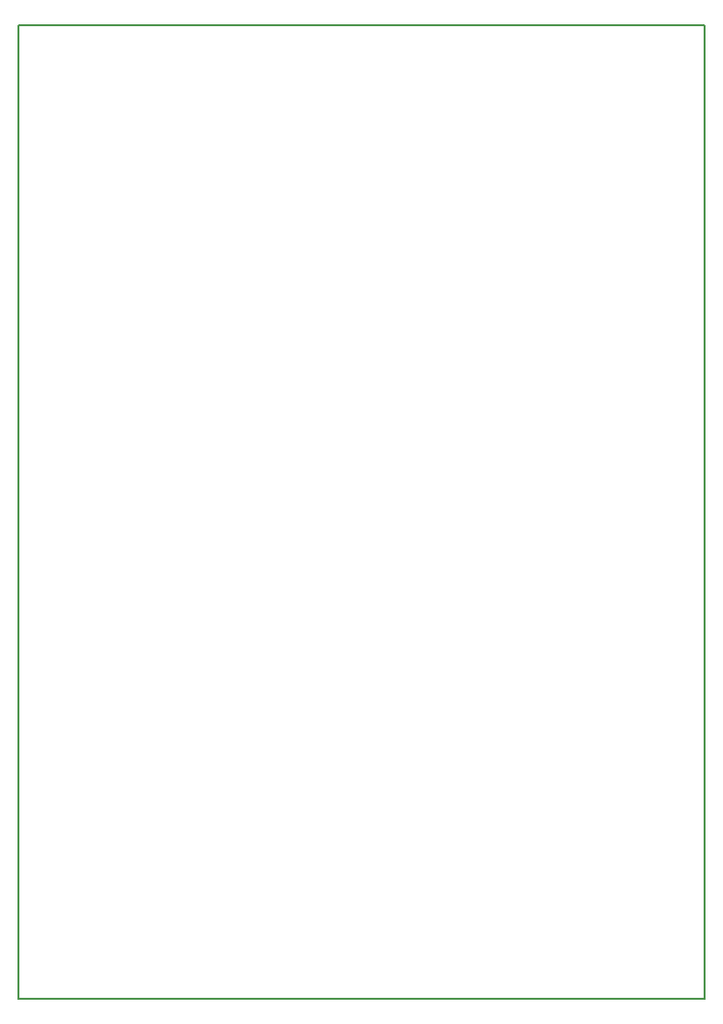
<source format=gbr>
G04 #@! TF.FileFunction,Profile,NP*
%FSLAX46Y46*%
G04 Gerber Fmt 4.6, Leading zero omitted, Abs format (unit mm)*
G04 Created by KiCad (PCBNEW 4.0.6) date 01/12/18 22:01:55*
%MOMM*%
%LPD*%
G01*
G04 APERTURE LIST*
%ADD10C,0.100000*%
%ADD11C,0.150000*%
G04 APERTURE END LIST*
D10*
D11*
X90000000Y-25000000D02*
X90000000Y-110000000D01*
X30000000Y-25000000D02*
X30000000Y-110000000D01*
X30000000Y-110000000D02*
X90000000Y-110000000D01*
X30000000Y-25000000D02*
X90000000Y-25000000D01*
M02*

</source>
